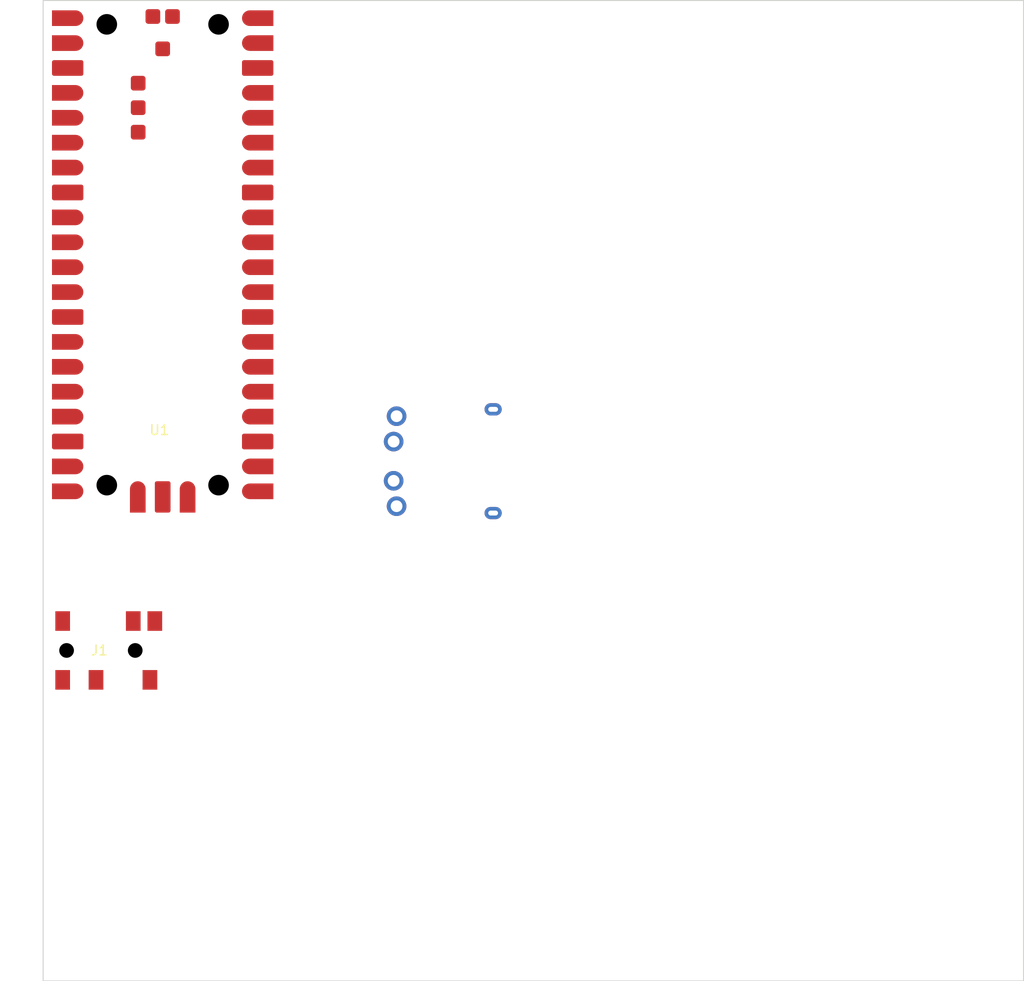
<source format=kicad_pcb>
(kicad_pcb (version 20210722) (generator pcbnew)
  (layers (0 "F.Cu" signal) (31 "B.Cu" signal) (34 "B.Paste" user) (35 "F.Paste" user) (36 "B.SilkS" user "B.Silkscreen") (37 "F.SilkS" user "F.Silkscreen") (38 "B.Mask" user) (39 "F.Mask" user) (44 "Edge.Cuts" user))
  (net 0 "")
  (net 1 "GND")
  (net 2 "TX")
  (net 3 "RX")
  (net 4 "+3V3")
  (net 25 "SW0")
  (net 26 "SW1")
  (footprint "modules:raspberrypi_pico" (layer "F.Cu") (at 1.692 51.4335)
    (fp_text reference "U1" (at 10.16 -7.62 unlocked) (layer "F.SilkS"))
    (fp_text value "PICO")
    (pad "" np_thru_hole circle (at 16.2 -2 90) (size 3.8 3.8) (drill 2.1) (layers *.Mask))
    (pad "" np_thru_hole circle (at 4.8 -49 90) (size 3.8 3.8) (drill 2.1) (layers *.Mask))
    (pad "" np_thru_hole circle (at 4.8 -2 90) (size 3.8 3.8) (drill 2.1) (layers *.Mask))
    (pad "" np_thru_hole circle (at 16.2 -49 90) (size 3.8 3.8) (drill 2.1) (layers *.Mask))
    (pad "1" smd custom (at 0.41 -49.63) (size 2.4 1.6) (layers "F.Cu" "F.Paste" "F.Mask") (options (clearance outline) (anchor rect)) (primitives (gr_circle (center 1.2 0) (end 2 0) (width 0) (fill yes))))
    (pad "2" smd custom (at 0.41 -47.09) (size 2.4 1.6) (layers "F.Cu" "F.Paste" "F.Mask") (options (clearance outline) (anchor rect)) (primitives (gr_circle (center 1.2 0) (end 2 0) (width 0) (fill yes))))
    (pad "3" smd roundrect (at 0.81 -44.55) (size 3.2 1.6) (layers "F.Cu" "F.Paste" "F.Mask") (roundrect_rratio 0.125))
    (pad "4" smd custom (at 0.41 -42.01) (size 2.4 1.6) (layers "F.Cu" "F.Paste" "F.Mask") (options (clearance outline) (anchor rect)) (primitives (gr_circle (center 1.2 0) (end 2 0) (width 0) (fill yes))))
    (pad "5" smd custom (at 0.41 -39.47) (size 2.4 1.6) (layers "F.Cu" "F.Paste" "F.Mask") (options (clearance outline) (anchor rect)) (primitives (gr_circle (center 1.2 0) (end 2 0) (width 0) (fill yes))))
    (pad "6" smd custom (at 0.41 -36.93) (size 2.4 1.6) (layers "F.Cu" "F.Paste" "F.Mask") (options (clearance outline) (anchor rect)) (primitives (gr_circle (center 1.2 0) (end 2 0) (width 0) (fill yes))))
    (pad "7" smd custom (at 0.41 -34.39) (size 2.4 1.6) (layers "F.Cu" "F.Paste" "F.Mask") (options (clearance outline) (anchor rect)) (primitives (gr_circle (center 1.2 0) (end 2 0) (width 0) (fill yes))))
    (pad "8" smd roundrect (at 0.81 -31.85) (size 3.2 1.6) (layers "F.Cu" "F.Paste" "F.Mask") (roundrect_rratio 0.125))
    (pad "9" smd custom (at 0.41 -29.31) (size 2.4 1.6) (layers "F.Cu" "F.Paste" "F.Mask") (options (clearance outline) (anchor rect)) (primitives (gr_circle (center 1.2 0) (end 2 0) (width 0) (fill yes))))
    (pad "10" smd custom (at 0.41 -26.77) (size 2.4 1.6) (layers "F.Cu" "F.Paste" "F.Mask") (options (clearance outline) (anchor rect)) (primitives (gr_circle (center 1.2 0) (end 2 0) (width 0) (fill yes))))
    (pad "11" smd custom (at 0.41 -24.23) (size 2.4 1.6) (layers "F.Cu" "F.Paste" "F.Mask") (options (clearance outline) (anchor rect)) (primitives (gr_circle (center 1.2 0) (end 2 0) (width 0) (fill yes))))
    (pad "12" smd custom (at 0.41 -21.69) (size 2.4 1.6) (layers "F.Cu" "F.Paste" "F.Mask") (options (clearance outline) (anchor rect)) (primitives (gr_circle (center 1.2 0) (end 2 0) (width 0) (fill yes))))
    (pad "13" smd roundrect (at 0.81 -19.15) (size 3.2 1.6) (layers "F.Cu" "F.Paste" "F.Mask") (roundrect_rratio 0.125))
    (pad "14" smd custom (at 0.41 -16.61) (size 2.4 1.6) (layers "F.Cu" "F.Paste" "F.Mask") (options (clearance outline) (anchor rect)) (primitives (gr_circle (center 1.2 0) (end 2 0) (width 0) (fill yes))))
    (pad "15" smd custom (at 0.41 -14.07) (size 2.4 1.6) (layers "F.Cu" "F.Paste" "F.Mask") (options (clearance outline) (anchor rect)) (primitives (gr_circle (center 1.2 0) (end 2 0) (width 0) (fill yes))))
    (pad "16" smd custom (at 0.41 -11.53) (size 2.4 1.6) (layers "F.Cu" "F.Paste" "F.Mask") (options (clearance outline) (anchor rect)) (primitives (gr_circle (center 1.2 0) (end 2 0) (width 0) (fill yes))))
    (pad "17" smd custom (at 0.41 -8.99) (size 2.4 1.6) (layers "F.Cu" "F.Paste" "F.Mask") (options (clearance outline) (anchor rect)) (primitives (gr_circle (center 1.2 0) (end 2 0) (width 0) (fill yes))))
    (pad "18" smd roundrect (at 0.81 -6.45) (size 3.2 1.6) (layers "F.Cu" "F.Paste" "F.Mask") (roundrect_rratio 0.125))
    (pad "19" smd custom (at 0.41 -3.91) (size 2.4 1.6) (layers "F.Cu" "F.Paste" "F.Mask") (options (clearance outline) (anchor rect)) (primitives (gr_circle (center 1.2 0) (end 2 0) (width 0) (fill yes))))
    (pad "20" smd custom (at 0.41 -1.37) (size 2.4 1.6) (layers "F.Cu" "F.Paste" "F.Mask") (options (clearance outline) (anchor rect)) (primitives (gr_circle (center 1.2 0) (end 2 0) (width 0) (fill yes))))
    (pad "21" smd custom (at 20.59 -1.37 180) (size 2.4 1.6) (layers "F.Cu" "F.Paste" "F.Mask") (net 2 "TX") (options (clearance outline) (anchor rect)) (primitives (gr_circle (center 1.2 0) (end 2 0) (width 0) (fill yes))))
    (pad "22" smd custom (at 20.59 -3.91 180) (size 2.4 1.6) (layers "F.Cu" "F.Paste" "F.Mask") (net 3 "RX") (options (clearance outline) (anchor rect)) (primitives (gr_circle (center 1.2 0) (end 2 0) (width 0) (fill yes))))
    (pad "23" smd roundrect (at 20.19 -6.45 180) (size 3.2 1.6) (layers "F.Cu" "F.Paste" "F.Mask") (roundrect_rratio 0.125) (net 1 "GND"))
    (pad "24" smd custom (at 20.59 -8.99 180) (size 2.4 1.6) (layers "F.Cu" "F.Paste" "F.Mask") (net 25 "SW0") (options (clearance outline) (anchor rect)) (primitives (gr_circle (center 1.2 0) (end 2 0) (width 0) (fill yes))))
    (pad "25" smd custom (at 20.59 -11.53 180) (size 2.4 1.6) (layers "F.Cu" "F.Paste" "F.Mask") (net 26 "SW1") (options (clearance outline) (anchor rect)) (primitives (gr_circle (center 1.2 0) (end 2 0) (width 0) (fill yes))))
    (pad "26" smd custom (at 20.59 -14.07 180) (size 2.4 1.6) (layers "F.Cu" "F.Paste" "F.Mask") (options (clearance outline) (anchor rect)) (primitives (gr_circle (center 1.2 0) (end 2 0) (width 0) (fill yes))))
    (pad "27" smd custom (at 20.59 -16.61 180) (size 2.4 1.6) (layers "F.Cu" "F.Paste" "F.Mask") (options (clearance outline) (anchor rect)) (primitives (gr_circle (center 1.2 0) (end 2 0) (width 0) (fill yes))))
    (pad "28" smd roundrect (at 20.19 -19.15 180) (size 3.2 1.6) (layers "F.Cu" "F.Paste" "F.Mask") (roundrect_rratio 0.125))
    (pad "29" smd custom (at 20.59 -21.69 180) (size 2.4 1.6) (layers "F.Cu" "F.Paste" "F.Mask") (options (clearance outline) (anchor rect)) (primitives (gr_circle (center 1.2 0) (end 2 0) (width 0) (fill yes))))
    (pad "30" smd custom (at 20.59 -24.23 180) (size 2.4 1.6) (layers "F.Cu" "F.Paste" "F.Mask") (options (clearance outline) (anchor rect)) (primitives (gr_circle (center 1.2 0) (end 2 0) (width 0) (fill yes))))
    (pad "31" smd custom (at 20.59 -26.77 180) (size 2.4 1.6) (layers "F.Cu" "F.Paste" "F.Mask") (options (clearance outline) (anchor rect)) (primitives (gr_circle (center 1.2 0) (end 2 0) (width 0) (fill yes))))
    (pad "32" smd custom (at 20.59 -29.31 180) (size 2.4 1.6) (layers "F.Cu" "F.Paste" "F.Mask") (options (clearance outline) (anchor rect)) (primitives (gr_circle (center 1.2 0) (end 2 0) (width 0) (fill yes))))
    (pad "33" smd roundrect (at 20.19 -31.85 180) (size 3.2 1.6) (layers "F.Cu" "F.Paste" "F.Mask") (roundrect_rratio 0.125))
    (pad "34" smd custom (at 20.59 -34.39 180) (size 2.4 1.6) (layers "F.Cu" "F.Paste" "F.Mask") (options (clearance outline) (anchor rect)) (primitives (gr_circle (center 1.2 0) (end 2 0) (width 0) (fill yes))))
    (pad "35" smd custom (at 20.59 -36.93 180) (size 2.4 1.6) (layers "F.Cu" "F.Paste" "F.Mask") (options (clearance outline) (anchor rect)) (primitives (gr_circle (center 1.2 0) (end 2 0) (width 0) (fill yes))))
    (pad "36" smd custom (at 20.59 -39.47 180) (size 2.4 1.6) (layers "F.Cu" "F.Paste" "F.Mask") (options (clearance outline) (anchor rect)) (primitives (gr_circle (center 1.2 0) (end 2 0) (width 0) (fill yes))))
    (pad "37" smd custom (at 20.59 -42.01 180) (size 2.4 1.6) (layers "F.Cu" "F.Paste" "F.Mask") (options (clearance outline) (anchor rect)) (primitives (gr_circle (center 1.2 0) (end 2 0) (width 0) (fill yes))))
    (pad "38" smd roundrect (at 20.19 -44.55 180) (size 3.2 1.6) (layers "F.Cu" "F.Paste" "F.Mask") (roundrect_rratio 0.125))
    (pad "39" smd custom (at 20.59 -47.09 180) (size 2.4 1.6) (layers "F.Cu" "F.Paste" "F.Mask") (options (clearance outline) (anchor rect)) (primitives (gr_circle (center 1.2 0) (end 2 0) (width 0) (fill yes))))
    (pad "40" smd custom (at 20.59 -49.63 180) (size 2.4 1.6) (layers "F.Cu" "F.Paste" "F.Mask") (options (clearance outline) (anchor rect)) (primitives (gr_circle (center 1.2 0) (end 2 0) (width 0) (fill yes))))
    (pad "D1" smd custom (at 7.96 -0.4 90) (size 2.4 1.6) (layers "F.Cu" "F.Paste" "F.Mask") (options (clearance outline) (anchor rect)) (primitives (gr_circle (center 1.2 0) (end 2 0) (width 0) (fill yes))))
    (pad "D2" smd roundrect (at 10.5 -0.8 90) (size 3.2 1.6) (layers "F.Cu" "F.Paste" "F.Mask") (roundrect_rratio 0.125))
    (pad "D3" smd custom (at 13.04 -0.4 90) (size 2.4 1.6) (layers "F.Cu" "F.Paste" "F.Mask") (options (clearance outline) (anchor rect)) (primitives (gr_circle (center 1.2 0) (end 2 0) (width 0) (fill yes))))
    (pad "TP1" smd roundrect (at 10.5 -46.5 90) (size 1.5 1.5) (layers "F.Cu" "F.Paste" "F.Mask") (roundrect_rratio 0.188))
    (pad "TP2" smd roundrect (at 11.5 -49.8 180) (size 1.5 1.5) (layers "F.Cu" "F.Paste" "F.Mask") (roundrect_rratio 0.188))
    (pad "TP3" smd roundrect (at 9.5 -49.8 90) (size 1.5 1.5) (layers "F.Cu" "F.Paste" "F.Mask") (roundrect_rratio 0.188))
    (pad "TP4" smd roundrect (at 8 -43 90) (size 1.5 1.5) (layers "F.Cu" "F.Paste" "F.Mask") (roundrect_rratio 0.188))
    (pad "TP5" smd roundrect (at 8 -40.5 90) (size 1.5 1.5) (layers "F.Cu" "F.Paste" "F.Mask") (roundrect_rratio 0.188))
    (pad "TP6" smd roundrect (at 8 -38 90) (size 1.5 1.5) (layers "F.Cu" "F.Paste" "F.Mask") (roundrect_rratio 0.188))
  )
  (footprint "connectors:TRRS_Socket_54-00177" (layer "F.Cu") (at -0.1095 66.294)
    (fp_text reference "J1" (at 5.842 0 unlocked) (layer "F.SilkS"))
    (fp_text value "AudioJack4")
    (pad "" np_thru_hole circle (at 2.5 0) (size 1.7 1.7) (drill 1.5) (layers *.Mask))
    (pad "" np_thru_hole circle (at 9.5 0) (size 1.7 1.7) (drill 1.5) (layers *.Mask))
    (pad "5" smd rect (at 11.5 -3) (size 1.5 2) (layers "F.Cu" "F.Paste" "F.Mask"))
    (pad "6" smd rect (at 11 3) (size 1.5 2) (layers "F.Cu" "F.Paste" "F.Mask"))
    (pad "R1" smd rect (at 5.5 3) (size 1.5 2) (layers "F.Cu" "F.Paste" "F.Mask") (net 1 "GND"))
    (pad "R2" smd rect (at 2.1 -3) (size 1.5 2) (layers "F.Cu" "F.Paste" "F.Mask") (net 2 "TX"))
    (pad "S" smd rect (at 2.1 3) (size 1.5 2) (layers "F.Cu" "F.Paste" "F.Mask") (net 3 "RX"))
    (pad "T" smd rect (at 9.3 -3) (size 1.5 2) (layers "F.Cu" "F.Paste" "F.Mask") (net 4 "+3V3"))
  )
  (footprint "switches:Kailh_PG1232" (layer "F.Cu") (at 41.148 46.99 -90)
    (fp_text reference "SW1" hide)
    (fp_text value "SW_Push_Dual")
    (fp_line (start -5.886098 2.311751) (end -5.872299 2.353455) (layer "Edge.Cuts") (width 0.001))
    (fp_line (start 5.886097 2.311751) (end 5.897857 2.269375) (layer "Edge.Cuts") (width 0.001))
    (fp_line (start 5.524321 2.798789) (end 5.560446 2.773397) (layer "Edge.Cuts") (width 0.001))
    (fp_line (start -1.800321 3.929272) (end -1.759451 3.945387) (layer "Edge.Cuts") (width 0.001))
    (fp_line (start -1.840188 3.911249) (end -1.800321 3.929272) (layer "Edge.Cuts") (width 0.001))
    (fp_line (start 1.45 3.999999) (end 1.494628 3.998893) (layer "Edge.Cuts") (width 0.001))
    (fp_line (start -5.872299 2.353455) (end -5.856492 2.394414) (layer "Edge.Cuts") (width 0.001))
    (fp_line (start 5.797325 2.51208) (end 5.818974 2.473801) (layer "Edge.Cuts") (width 0.001))
    (fp_line (start -5.925 2.049999) (end -5.923894 2.094627) (layer "Edge.Cuts") (width 0.001))
    (fp_line (start -1.759451 3.945387) (end -1.717633 3.959537) (layer "Edge.Cuts") (width 0.001))
    (fp_line (start -5.838707 2.434554) (end -5.818975 2.473801) (layer "Edge.Cuts") (width 0.001))
    (fp_line (start -2.331715 3.281381) (end -2.321666 3.324923) (layer "Edge.Cuts") (width 0.001))
    (fp_line (start -5.162072 -2.939629) (end -5.206392 -2.931714) (layer "Edge.Cuts") (width 0.001))
    (fp_line (start -2.144484 3.672483) (end -2.116197 3.705139) (layer "Edge.Cuts") (width 0.001))
    (fp_line (start -5.818975 2.473801) (end -5.797326 2.512081) (layer "Edge.Cuts") (width 0.001))
    (fp_line (start 1.94932 3.848788) (end 1.985445 3.823397) (layer "Edge.Cuts") (width 0.001))
    (fp_line (start -1.631382 3.981714) (end -1.587062 3.989629) (layer "Edge.Cuts") (width 0.001))
    (fp_line (start 5.920596 2.138953) (end 5.923894 2.094627) (layer "Edge.Cuts") (width 0.001))
    (fp_line (start -5.77379 2.54932) (end -5.748399 2.585445) (layer "Edge.Cuts") (width 0.001))
    (fp_line (start 5.025 -2.95) (end 5.025 -2.95) (layer "Edge.Cuts") (width 0.001))
    (fp_line (start -5.487082 2.822324) (end -5.448802 2.843974) (layer "Edge.Cuts") (width 0.001))
    (fp_line (start 2.332546 3.2764) (end 2.340136 3.232902) (layer "Edge.Cuts") (width 0.001))
    (fp_line (start 5.448802 -2.843975) (end 5.409555 -2.863707) (layer "Edge.Cuts") (width 0.001))
    (fp_line (start -2.321666 3.324923) (end -2.309538 3.367632) (layer "Edge.Cuts") (width 0.001))
    (fp_line (start 5.872299 -2.353457) (end 5.856492 -2.394416) (layer "Edge.Cuts") (width 0.001))
    (fp_line (start 5.920596 -2.138955) (end 5.915137 -2.182903) (layer "Edge.Cuts") (width 0.001))
    (fp_line (start 5.856492 -2.394416) (end 5.838707 -2.434556) (layer "Edge.Cuts") (width 0.001))
    (fp_line (start -1.587062 3.989629) (end -1.54202 3.995352) (layer "Edge.Cuts") (width 0.001))
    (fp_line (start -2.171202 3.638483) (end -2.144484 3.672483) (layer "Edge.Cuts") (width 0.001))
    (fp_line (start 1.669375 3.972856) (end 1.711751 3.961096) (layer "Edge.Cuts") (width 0.001))
    (fp_line (start -5.409555 2.863706) (end -5.369416 2.881491) (layer "Edge.Cuts") (width 0.001))
    (fp_line (start 5.721182 -2.620383) (end 5.692172 -2.654058) (layer "Edge.Cuts") (width 0.001))
    (fp_line (start -5.201402 2.932547) (end -5.157903 2.940136) (layer "Edge.Cuts") (width 0.001))
    (fp_line (start 5.025 2.949999) (end 5.025 2.949999) (layer "Edge.Cuts") (width 0.001))
    (fp_line (start 5.113954 -2.945597) (end 5.069629 -2.948895) (layer "Edge.Cuts") (width 0.001))
    (fp_line (start -5.692172 2.654056) (end -5.661397 2.686395) (layer "Edge.Cuts") (width 0.001))
    (fp_line (start -2.022484 3.794483) (end -1.988485 3.821201) (layer "Edge.Cuts") (width 0.001))
    (fp_line (start -2.295388 3.409449) (end -2.279274 3.45032) (layer "Edge.Cuts") (width 0.001))
    (fp_line (start 5.286752 -2.911098) (end 5.244375 -2.922858) (layer "Edge.Cuts") (width 0.001))
    (fp_line (start -5.896667 -2.274923) (end -5.906716 -2.23138) (layer "Edge.Cuts") (width 0.001))
    (fp_line (start -5.719488 -2.62248) (end -5.746205 -2.588481) (layer "Edge.Cuts") (width 0.001))
    (fp_line (start 5.925 2.049999) (end 5.925 2.049999) (layer "Edge.Cuts") (width 0.001))
    (fp_line (start 5.286752 2.911097) (end 5.328456 2.897298) (layer "Edge.Cuts") (width 0.001))
    (fp_line (start -2.219704 3.566682) (end -2.196294 3.603198) (layer "Edge.Cuts") (width 0.001))
    (fp_line (start 5.661397 2.686395) (end 5.692172 2.654056) (layer "Edge.Cuts") (width 0.001))
    (fp_line (start -5.920597 2.138953) (end -5.915138 2.182902) (layer "Edge.Cuts") (width 0.001))
    (fp_line (start 5.907547 -2.226402) (end 5.897857 -2.269376) (layer "Edge.Cuts") (width 0.001))
    (fp_line (start 2.086396 3.736395) (end 2.086396 3.736395) (layer "Edge.Cuts") (width 0.001))
    (fp_line (start 5.157903 -2.940138) (end 5.113954 -2.945597) (layer "Edge.Cuts") (width 0.001))
    (fp_line (start -1.916683 3.869703) (end -1.878994 3.891374) (layer "Edge.Cuts") (width 0.001))
    (fp_line (start -5.923829 -2.096314) (end -5.925 -2.05) (layer "Edge.Cuts") (width 0.001))
    (fp_line (start 5.025 2.949999) (end 5.069629 2.948893) (layer "Edge.Cuts") (width 0.001))
    (fp_line (start -5.748399 2.585445) (end -5.721183 2.620381) (layer "Edge.Cuts") (width 0.001))
    (fp_line (start -1.496314 3.998828) (end -1.450001 3.999999) (layer "Edge.Cuts") (width 0.001))
    (fp_line (start 5.113954 2.945595) (end 5.157903 2.940136) (layer "Edge.Cuts") (width 0.001))
    (fp_line (start -5.907548 2.2264) (end -5.897858 2.269375) (layer "Edge.Cuts") (width 0.001))
    (fp_line (start -5.661397 2.686395) (end -5.629058 2.71717) (layer "Edge.Cuts") (width 0.001))
    (fp_line (start 2.345595 3.188953) (end 2.348893 3.144628) (layer "Edge.Cuts") (width 0.001))
    (fp_line (start 5.818974 2.473801) (end 5.838707 2.434554) (layer "Edge.Cuts") (width 0.001))
    (fp_line (start 5.487082 2.822324) (end 5.524321 2.798789) (layer "Edge.Cuts") (width 0.001))
    (fp_line (start -2.279274 3.45032) (end -2.261251 3.490186) (layer "Edge.Cuts") (width 0.001))
    (fp_line (start -5.629058 2.71717) (end -5.595383 2.746181) (layer "Edge.Cuts") (width 0.001))
    (fp_line (start 2.117171 3.704056) (end 2.146182 3.670381) (layer "Edge.Cuts") (width 0.001))
    (fp_line (start -5.448802 2.843974) (end -5.409555 2.863706) (layer "Edge.Cuts") (width 0.001))
    (fp_line (start -5.375329 -2.879271) (end -5.415195 -2.861247) (layer "Edge.Cuts") (width 0.001))
    (fp_line (start 5.872299 2.353455) (end 5.886097 2.311751) (layer "Edge.Cuts") (width 0.001))
    (fp_line (start -5.925 2.049999) (end -5.925 2.049999) (layer "Edge.Cuts") (width 0.001))
    (fp_line (start 5.721182 2.620381) (end 5.748399 2.585444) (layer "Edge.Cuts") (width 0.001))
    (fp_line (start -5.597489 -2.74448) (end -5.630145 -2.716193) (layer "Edge.Cuts") (width 0.001))
    (fp_line (start -2.33963 3.23706) (end -2.331715 3.281381) (layer "Edge.Cuts") (width 0.001))
    (fp_line (start 5.328456 2.897298) (end 5.369415 2.881491) (layer "Edge.Cuts") (width 0.001))
    (fp_line (start 1.494628 3.998893) (end 1.538954 3.995595) (layer "Edge.Cuts") (width 0.001))
    (fp_line (start -1.450001 3.999999) (end 1.45 3.999999) (layer "Edge.Cuts") (width 0.001))
    (fp_line (start -1.450001 3.999999) (end -1.450001 3.999999) (layer "Edge.Cuts") (width 0.001))
    (fp_line (start -5.025012 -2.95) (end -5.071326 -2.948829) (layer "Edge.Cuts") (width 0.001))
    (fp_line (start 5.925 -2.05) (end 5.925 -2.05) (layer "Edge.Cuts") (width 0.001))
    (fp_line (start 2.198789 3.599319) (end 2.222324 3.56208) (layer "Edge.Cuts") (width 0.001))
    (fp_line (start -5.914631 -2.18706) (end -5.920354 -2.142019) (layer "Edge.Cuts") (width 0.001))
    (fp_line (start 5.838707 2.434554) (end 5.856492 2.394414) (layer "Edge.Cuts") (width 0.001))
    (fp_line (start -1.878994 3.891374) (end -1.840188 3.911249) (layer "Edge.Cuts") (width 0.001))
    (fp_line (start 1.834554 3.913705) (end 1.873801 3.893973) (layer "Edge.Cuts") (width 0.001))
    (fp_line (start 2.281491 3.444414) (end 2.297298 3.403455) (layer "Edge.Cuts") (width 0.001))
    (fp_line (start 5.409555 -2.863707) (end 5.369415 -2.881492) (layer "Edge.Cuts") (width 0.001))
    (fp_line (start -1.988485 3.821201) (end -1.953199 3.846293) (layer "Edge.Cuts") (width 0.001))
    (fp_line (start -2.348829 3.146313) (end -2.345354 3.192019) (layer "Edge.Cuts") (width 0.001))
    (fp_line (start 5.886097 -2.311752) (end 5.872299 -2.353457) (layer "Edge.Cuts") (width 0.001))
    (fp_line (start -5.206392 -2.931714) (end -5.249934 -2.921664) (layer "Edge.Cuts") (width 0.001))
    (fp_line (start 5.201401 -2.932548) (end 5.157903 -2.940138) (layer "Edge.Cuts") (width 0.001))
    (fp_line (start 5.629057 -2.717172) (end 5.595382 -2.746183) (layer "Edge.Cuts") (width 0.001))
    (fp_line (start 5.409555 2.863706) (end 5.448802 2.843973) (layer "Edge.Cuts") (width 0.001))
    (fp_line (start 5.923894 -2.094629) (end 5.920596 -2.138955) (layer "Edge.Cuts") (width 0.001))
    (fp_line (start -5.925 -2.05) (end -5.925 -2.05) (layer "Edge.Cuts") (width 0.001))
    (fp_line (start 2.173398 3.635444) (end 2.198789 3.599319) (layer "Edge.Cuts") (width 0.001))
    (fp_line (start -5.721183 2.620381) (end -5.692172 2.654056) (layer "Edge.Cuts") (width 0.001))
    (fp_line (start -2.35 3.099999) (end -2.35 3.099999) (layer "Edge.Cuts") (width 0.001))
    (fp_line (start -5.836252 -2.440185) (end -5.854275 -2.400318) (layer "Edge.Cuts") (width 0.001))
    (fp_line (start 5.629057 2.71717) (end 5.661397 2.686395) (layer "Edge.Cuts") (width 0.001))
    (fp_line (start 5.818974 -2.473802) (end 5.797325 -2.512082) (layer "Edge.Cuts") (width 0.001))
    (fp_line (start -5.157903 2.940136) (end -5.113954 2.945596) (layer "Edge.Cuts") (width 0.001))
    (fp_line (start 5.369415 2.881491) (end 5.409555 2.863706) (layer "Edge.Cuts") (width 0.001))
    (fp_line (start 5.487081 -2.822326) (end 5.448802 -2.843975) (layer "Edge.Cuts") (width 0.001))
    (fp_line (start -5.328457 2.897298) (end -5.286752 2.911097) (layer "Edge.Cuts") (width 0.001))
    (fp_line (start -5.923894 2.094627) (end -5.920597 2.138953) (layer "Edge.Cuts") (width 0.001))
    (fp_line (start 2.054057 3.76717) (end 2.086396 3.736395) (layer "Edge.Cuts") (width 0.001))
    (fp_line (start -1.953199 3.846293) (end -1.916683 3.869703) (layer "Edge.Cuts") (width 0.001))
    (fp_line (start -5.069629 2.948893) (end -5.025 2.95) (layer "Edge.Cuts") (width 0.001))
    (fp_line (start -5.113954 2.945596) (end -5.069629 2.948893) (layer "Edge.Cuts") (width 0.001))
    (fp_line (start 2.086396 3.736395) (end 2.117171 3.704056) (layer "Edge.Cuts") (width 0.001))
    (fp_line (start -5.369416 2.881491) (end -5.328457 2.897298) (layer "Edge.Cuts") (width 0.001))
    (fp_line (start 5.915137 -2.182903) (end 5.907547 -2.226402) (layer "Edge.Cuts") (width 0.001))
    (fp_line (start -5.661401 -2.686393) (end -5.691201 -2.655136) (layer "Edge.Cuts") (width 0.001))
    (fp_line (start -5.117031 -2.945353) (end -5.162072 -2.939629) (layer "Edge.Cuts") (width 0.001))
    (fp_line (start -5.292642 -2.909536) (end -5.334459 -2.895386) (layer "Edge.Cuts") (width 0.001))
    (fp_line (start -5.794707 -2.51668) (end -5.816377 -2.478991) (layer "Edge.Cuts") (width 0.001))
    (fp_line (start -5.771297 -2.553195) (end -5.794707 -2.51668) (layer "Edge.Cuts") (width 0.001))
    (fp_line (start -5.925 -2.05) (end -5.925 2.049999) (layer "Edge.Cuts") (width 0.001))
    (fp_line (start 2.243973 3.5238) (end 2.263706 3.484554) (layer "Edge.Cuts") (width 0.001))
    (fp_line (start -1.717633 3.959537) (end -1.674925 3.971664) (layer "Edge.Cuts") (width 0.001))
    (fp_line (start 5.692172 2.654056) (end 5.721182 2.620381) (layer "Edge.Cuts") (width 0.001))
    (fp_line (start -5.334459 -2.895386) (end -5.375329 -2.879271) (layer "Edge.Cuts") (width 0.001))
    (fp_line (start 2.349999 3.099999) (end 2.349999 3.099999) (layer "Edge.Cuts") (width 0.001))
    (fp_line (start 2.322856 3.319374) (end 2.332546 3.2764) (layer "Edge.Cuts") (width 0.001))
    (fp_line (start 2.349999 2.949999) (end 5.025 2.949999) (layer "Edge.Cuts") (width 0.001))
    (fp_line (start 5.157903 2.940136) (end 5.201402 2.932546) (layer "Edge.Cuts") (width 0.001))
    (fp_line (start -5.244376 2.922856) (end -5.201402 2.932547) (layer "Edge.Cuts") (width 0.001))
    (fp_line (start 5.907547 2.2264) (end 5.915137 2.182902) (layer "Edge.Cuts") (width 0.001))
    (fp_line (start -5.595383 2.746181) (end -5.560446 2.773398) (layer "Edge.Cuts") (width 0.001))
    (fp_line (start 1.753456 3.947298) (end 1.794415 3.93149) (layer "Edge.Cuts") (width 0.001))
    (fp_line (start 1.912081 3.872324) (end 1.94932 3.848788) (layer "Edge.Cuts") (width 0.001))
    (fp_line (start 5.201402 2.932546) (end 5.244376 2.922856) (layer "Edge.Cuts") (width 0.001))
    (fp_line (start 5.661397 -2.686397) (end 5.629057 -2.717172) (layer "Edge.Cuts") (width 0.001))
    (fp_line (start -2.309538 3.367632) (end -2.295388 3.409449) (layer "Edge.Cuts") (width 0.001))
    (fp_line (start 5.595383 2.746181) (end 5.629057 2.71717) (layer "Edge.Cuts") (width 0.001))
    (fp_line (start 5.595382 -2.746183) (end 5.560446 -2.773399) (layer "Edge.Cuts") (width 0.001))
    (fp_line (start 5.923894 2.094627) (end 5.925 2.049999) (layer "Edge.Cuts") (width 0.001))
    (fp_line (start -5.797326 2.512081) (end -5.77379 2.54932) (layer "Edge.Cuts") (width 0.001))
    (fp_line (start 1.711751 3.961096) (end 1.753456 3.947298) (layer "Edge.Cuts") (width 0.001))
    (fp_line (start 5.560446 -2.773399) (end 5.524321 -2.79879) (layer "Edge.Cuts") (width 0.001))
    (fp_line (start 1.45 3.999999) (end 1.45 3.999999) (layer "Edge.Cuts") (width 0.001))
    (fp_line (start -2.261251 3.490186) (end -2.241375 3.528992) (layer "Edge.Cuts") (width 0.001))
    (fp_line (start -2.35 3.099999) (end -2.348829 3.146313) (layer "Edge.Cuts") (width 0.001))
    (fp_line (start 2.349999 2.949999) (end 2.349999 2.949999) (layer "Edge.Cuts") (width 0.001))
    (fp_line (start 5.069629 2.948893) (end 5.113954 2.945595) (layer "Edge.Cuts") (width 0.001))
    (fp_line (start 5.77379 -2.549321) (end 5.748399 -2.585446) (layer "Edge.Cuts") (width 0.001))
    (fp_line (start 1.538954 3.995595) (end 1.582902 3.990136) (layer "Edge.Cuts") (width 0.001))
    (fp_line (start -5.528205 -2.796291) (end -5.56349 -2.771198) (layer "Edge.Cuts") (width 0.001))
    (fp_line (start 1.582902 3.990136) (end 1.626401 3.982546) (layer "Edge.Cuts") (width 0.001))
    (fp_line (start 5.069629 -2.948895) (end 5.025 -2.95) (layer "Edge.Cuts") (width 0.001))
    (fp_line (start 5.915137 2.182902) (end 5.920596 2.138953) (layer "Edge.Cuts") (width 0.001))
    (fp_line (start -5.025 2.95) (end -2.35 2.949999) (layer "Edge.Cuts") (width 0.001))
    (fp_line (start -5.025 2.95) (end -5.025 2.95) (layer "Edge.Cuts") (width 0.001))
    (fp_line (start -5.454001 -2.841372) (end -5.49169 -2.819701) (layer "Edge.Cuts") (width 0.001))
    (fp_line (start -5.816377 -2.478991) (end -5.836252 -2.440185) (layer "Edge.Cuts") (width 0.001))
    (fp_line (start -2.196294 3.603198) (end -2.171202 3.638483) (layer "Edge.Cuts") (width 0.001))
    (fp_line (start 1.794415 3.93149) (end 1.834554 3.913705) (layer "Edge.Cuts") (width 0.001))
    (fp_line (start 2.349999 3.099999) (end 2.349999 2.949999) (layer "Edge.Cuts") (width 0.001))
    (fp_line (start -2.241375 3.528992) (end -2.219704 3.566682) (layer "Edge.Cuts") (width 0.001))
    (fp_line (start 5.025 -2.95) (end -5.025012 -2.95) (layer "Edge.Cuts") (width 0.001))
    (fp_line (start -2.35 2.949999) (end -2.35 3.099999) (layer "Edge.Cuts") (width 0.001))
    (fp_line (start 5.692172 -2.654058) (end 5.661397 -2.686397) (layer "Edge.Cuts") (width 0.001))
    (fp_line (start 5.661397 -2.686397) (end 5.661397 -2.686397) (layer "Edge.Cuts") (width 0.001))
    (fp_line (start 5.369415 -2.881492) (end 5.328456 -2.897299) (layer "Edge.Cuts") (width 0.001))
    (fp_line (start 5.897857 2.269375) (end 5.907547 2.2264) (layer "Edge.Cuts") (width 0.001))
    (fp_line (start -5.691201 -2.655136) (end -5.719488 -2.62248) (layer "Edge.Cuts") (width 0.001))
    (fp_line (start -5.630145 -2.716193) (end -5.661401 -2.686393) (layer "Edge.Cuts") (width 0.001))
    (fp_line (start 2.297298 3.403455) (end 2.311097 3.361751) (layer "Edge.Cuts") (width 0.001))
    (fp_line (start 5.244376 2.922856) (end 5.286752 2.911097) (layer "Edge.Cuts") (width 0.001))
    (fp_line (start -5.249934 -2.921664) (end -5.292642 -2.909536) (layer "Edge.Cuts") (width 0.001))
    (fp_line (start 5.524321 -2.79879) (end 5.487081 -2.822326) (layer "Edge.Cuts") (width 0.001))
    (fp_line (start -5.915138 2.182902) (end -5.907548 2.2264) (layer "Edge.Cuts") (width 0.001))
    (fp_line (start -5.87039 -2.359448) (end -5.884539 -2.317631) (layer "Edge.Cuts") (width 0.001))
    (fp_line (start 2.222324 3.56208) (end 2.243973 3.5238) (layer "Edge.Cuts") (width 0.001))
    (fp_line (start -5.920354 -2.142019) (end -5.923829 -2.096314) (layer "Edge.Cuts") (width 0.001))
    (fp_line (start -5.854275 -2.400318) (end -5.87039 -2.359448) (layer "Edge.Cuts") (width 0.001))
    (fp_line (start -2.086396 3.736395) (end -2.05514 3.766195) (layer "Edge.Cuts") (width 0.001))
    (fp_line (start 2.020382 3.796181) (end 2.054057 3.76717) (layer "Edge.Cuts") (width 0.001))
    (fp_line (start 5.838707 -2.434556) (end 5.818974 -2.473802) (layer "Edge.Cuts") (width 0.001))
    (fp_line (start 5.448802 2.843973) (end 5.487082 2.822324) (layer "Edge.Cuts") (width 0.001))
    (fp_line (start -5.906716 -2.23138) (end -5.914631 -2.18706) (layer "Edge.Cuts") (width 0.001))
    (fp_line (start -5.286752 2.911097) (end -5.244376 2.922856) (layer "Edge.Cuts") (width 0.001))
    (fp_line (start -5.49169 -2.819701) (end -5.528205 -2.796291) (layer "Edge.Cuts") (width 0.001))
    (fp_line (start -5.071326 -2.948829) (end -5.117031 -2.945353) (layer "Edge.Cuts") (width 0.001))
    (fp_line (start -5.884539 -2.317631) (end -5.896667 -2.274923) (layer "Edge.Cuts") (width 0.001))
    (fp_line (start 1.873801 3.893973) (end 1.912081 3.872324) (layer "Edge.Cuts") (width 0.001))
    (fp_line (start 5.560446 2.773397) (end 5.595383 2.746181) (layer "Edge.Cuts") (width 0.001))
    (fp_line (start -5.661397 2.686395) (end -5.661397 2.686395) (layer "Edge.Cuts") (width 0.001))
    (fp_line (start 5.328456 -2.897299) (end 5.286752 -2.911098) (layer "Edge.Cuts") (width 0.001))
    (fp_line (start 5.897857 -2.269376) (end 5.886097 -2.311752) (layer "Edge.Cuts") (width 0.001))
    (fp_line (start -2.35 2.949999) (end -2.35 2.949999) (layer "Edge.Cuts") (width 0.001))
    (fp_line (start 2.263706 3.484554) (end 2.281491 3.444414) (layer "Edge.Cuts") (width 0.001))
    (fp_line (start -2.05514 3.766195) (end -2.022484 3.794483) (layer "Edge.Cuts") (width 0.001))
    (fp_line (start 1.985445 3.823397) (end 2.020382 3.796181) (layer "Edge.Cuts") (width 0.001))
    (fp_line (start -5.856492 2.394414) (end -5.838707 2.434554) (layer "Edge.Cuts") (width 0.001))
    (fp_line (start 1.626401 3.982546) (end 1.669375 3.972856) (layer "Edge.Cuts") (width 0.001))
    (fp_line (start 5.797325 -2.512082) (end 5.77379 -2.549321) (layer "Edge.Cuts") (width 0.001))
    (fp_line (start 2.311097 3.361751) (end 2.322856 3.319374) (layer "Edge.Cuts") (width 0.001))
    (fp_line (start -5.560446 2.773398) (end -5.524321 2.798789) (layer "Edge.Cuts") (width 0.001))
    (fp_line (start -5.56349 -2.771198) (end -5.597489 -2.74448) (layer "Edge.Cuts") (width 0.001))
    (fp_line (start -1.54202 3.995352) (end -1.496314 3.998828) (layer "Edge.Cuts") (width 0.001))
    (fp_line (start 2.340136 3.232902) (end 2.345595 3.188953) (layer "Edge.Cuts") (width 0.001))
    (fp_line (start -1.674925 3.971664) (end -1.631382 3.981714) (layer "Edge.Cuts") (width 0.001))
    (fp_line (start 5.244375 -2.922858) (end 5.201401 -2.932548) (layer "Edge.Cuts") (width 0.001))
    (fp_line (start -2.345354 3.192019) (end -2.33963 3.23706) (layer "Edge.Cuts") (width 0.001))
    (fp_line (start -5.415195 -2.861247) (end -5.454001 -2.841372) (layer "Edge.Cuts") (width 0.001))
    (fp_line (start 5.856492 2.394414) (end 5.872299 2.353455) (layer "Edge.Cuts") (width 0.001))
    (fp_line (start -5.746205 -2.588481) (end -5.771297 -2.553195) (layer "Edge.Cuts") (width 0.001))
    (fp_line (start -5.897858 2.269375) (end -5.886098 2.311751) (layer "Edge.Cuts") (width 0.001))
    (fp_line (start 2.146182 3.670381) (end 2.173398 3.635444) (layer "Edge.Cuts") (width 0.001))
    (fp_line (start 5.748399 -2.585446) (end 5.721182 -2.620383) (layer "Edge.Cuts") (width 0.001))
    (fp_line (start 5.925 -2.05) (end 5.923894 -2.094629) (layer "Edge.Cuts") (width 0.001))
    (fp_line (start -5.524321 2.798789) (end -5.487082 2.822324) (layer "Edge.Cuts") (width 0.001))
    (fp_line (start 5.77379 2.54932) (end 5.797325 2.51208) (layer "Edge.Cuts") (width 0.001))
    (fp_line (start 5.925 2.049999) (end 5.925 -2.05) (layer "Edge.Cuts") (width 0.001))
    (fp_line (start 5.748399 2.585444) (end 5.77379 2.54932) (layer "Edge.Cuts") (width 0.001))
    (fp_line (start 5.661397 2.686395) (end 5.661397 2.686395) (layer "Edge.Cuts") (width 0.001))
    (fp_line (start -2.116197 3.705139) (end -2.086396 3.736395) (layer "Edge.Cuts") (width 0.001))
    (fp_line (start 2.348893 3.144628) (end 2.349999 3.099999) (layer "Edge.Cuts") (width 0.001))
    (pad "" thru_hole oval (at -5.29 -4.75 270) (size 1.25 1.75) (drill oval 0.5 1) (layers *.Cu *.Mask))
    (pad "" thru_hole oval (at 5.29 -4.75 270) (size 1.25 1.75) (drill oval 0.5 1) (layers *.Cu *.Mask))
    (pad "1" thru_hole circle (at -4.59 5.1 270) (size 2 2) (drill 1.2) (layers *.Cu *.Mask) (net 25 "SW0"))
    (pad "2" thru_hole circle (at 2 5.4 270) (size 2 2) (drill 1.2) (layers *.Cu *.Mask) (net 1 "GND"))
    (pad "3" thru_hole circle (at 4.59 5.1 270) (size 2 2) (drill 1.2) (layers *.Cu *.Mask) (net 26 "SW1"))
    (pad "4" thru_hole circle (at -2 5.4 270) (size 2 2) (drill 1.2) (layers *.Cu *.Mask) (net 1 "GND"))
  )
  (gr_rect (start 0 0) (end 100 100) (layer "Edge.Cuts") (width 0.1) (fill none))
)
</source>
